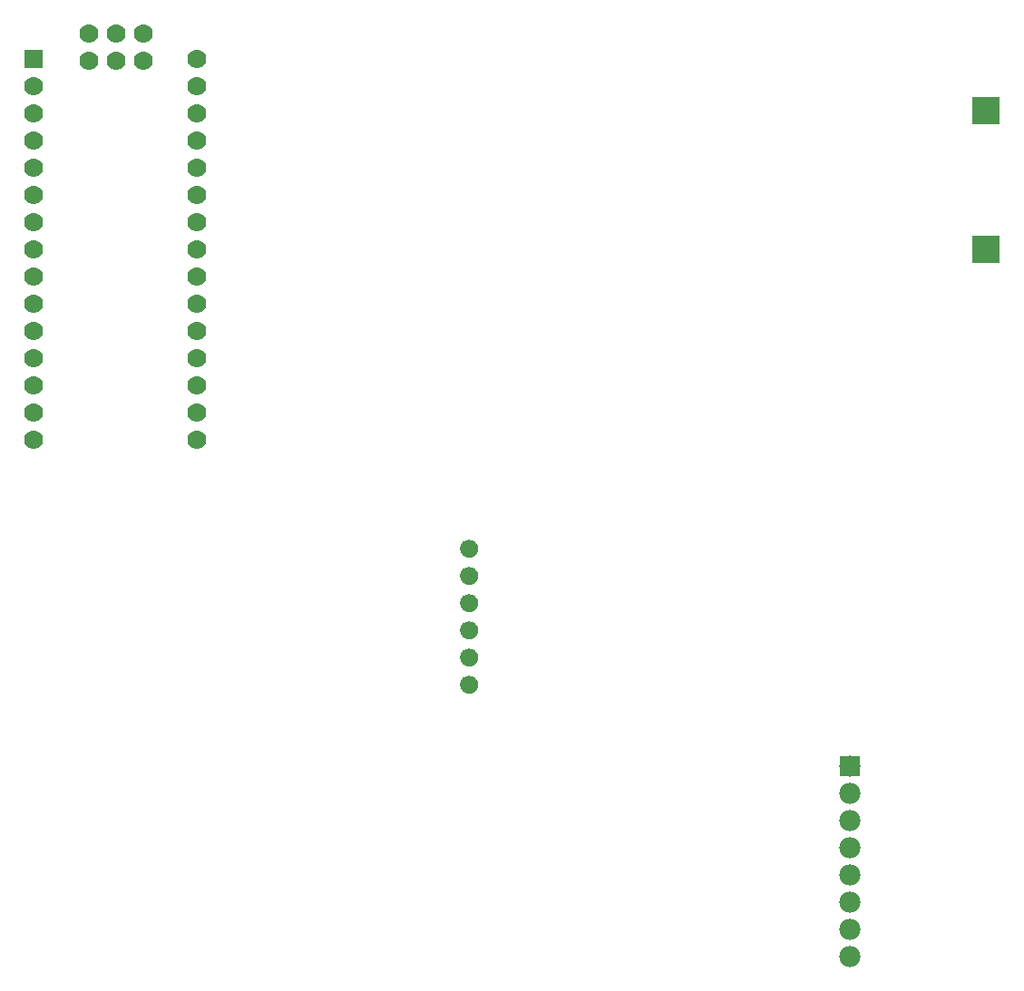
<source format=gtl>
G04 MADE WITH FRITZING*
G04 WWW.FRITZING.ORG*
G04 DOUBLE SIDED*
G04 HOLES PLATED*
G04 CONTOUR ON CENTER OF CONTOUR VECTOR*
%ASAXBY*%
%FSLAX23Y23*%
%MOIN*%
%OFA0B0*%
%SFA1.0B1.0*%
%ADD10C,0.070000*%
%ADD11C,0.100000*%
%ADD12C,0.078000*%
%ADD13C,0.065972*%
%ADD14R,0.069958X0.070000*%
%ADD15R,0.078000X0.078000*%
%ADD16R,0.001000X0.001000*%
%LNCOPPER1*%
G90*
G70*
G54D10*
X343Y3442D03*
X343Y3342D03*
X343Y3242D03*
X343Y3142D03*
X343Y3042D03*
X343Y2942D03*
X343Y2842D03*
X343Y2742D03*
X343Y2642D03*
X343Y2542D03*
X343Y2442D03*
X343Y2342D03*
X343Y2242D03*
X343Y2142D03*
X343Y2042D03*
X943Y3442D03*
X943Y3342D03*
X943Y3242D03*
X943Y3142D03*
X943Y3042D03*
X943Y2942D03*
X943Y2842D03*
X943Y2742D03*
X943Y2642D03*
X943Y2542D03*
X943Y2442D03*
X943Y2342D03*
X943Y2242D03*
X943Y2142D03*
X943Y2042D03*
X544Y3537D03*
X544Y3437D03*
X644Y3537D03*
X644Y3437D03*
X744Y3537D03*
X744Y3437D03*
G54D11*
X3843Y3252D03*
X3843Y2742D03*
X3843Y3252D03*
X3843Y2742D03*
G54D12*
X3343Y842D03*
X3343Y742D03*
X3343Y642D03*
X3343Y542D03*
X3343Y442D03*
X3343Y342D03*
X3343Y242D03*
X3343Y142D03*
G54D13*
X1943Y1142D03*
X1943Y1242D03*
X1943Y1342D03*
X1943Y1442D03*
X1943Y1542D03*
X1943Y1642D03*
G54D14*
X343Y3442D03*
G54D15*
X3343Y842D03*
G54D16*
X3794Y3302D02*
X3892Y3302D01*
X3793Y3301D02*
X3892Y3301D01*
X3793Y3300D02*
X3892Y3300D01*
X3793Y3299D02*
X3892Y3299D01*
X3793Y3298D02*
X3892Y3298D01*
X3793Y3297D02*
X3892Y3297D01*
X3793Y3296D02*
X3892Y3296D01*
X3793Y3295D02*
X3892Y3295D01*
X3793Y3294D02*
X3892Y3294D01*
X3793Y3293D02*
X3892Y3293D01*
X3793Y3292D02*
X3892Y3292D01*
X3793Y3291D02*
X3834Y3291D01*
X3852Y3291D02*
X3892Y3291D01*
X3793Y3290D02*
X3830Y3290D01*
X3856Y3290D02*
X3892Y3290D01*
X3793Y3289D02*
X3827Y3289D01*
X3859Y3289D02*
X3892Y3289D01*
X3793Y3288D02*
X3825Y3288D01*
X3861Y3288D02*
X3892Y3288D01*
X3793Y3287D02*
X3823Y3287D01*
X3863Y3287D02*
X3892Y3287D01*
X3793Y3286D02*
X3821Y3286D01*
X3864Y3286D02*
X3892Y3286D01*
X3793Y3285D02*
X3820Y3285D01*
X3866Y3285D02*
X3892Y3285D01*
X3793Y3284D02*
X3818Y3284D01*
X3867Y3284D02*
X3892Y3284D01*
X3793Y3283D02*
X3817Y3283D01*
X3869Y3283D02*
X3892Y3283D01*
X3793Y3282D02*
X3816Y3282D01*
X3870Y3282D02*
X3892Y3282D01*
X3793Y3281D02*
X3815Y3281D01*
X3871Y3281D02*
X3892Y3281D01*
X3793Y3280D02*
X3814Y3280D01*
X3872Y3280D02*
X3892Y3280D01*
X3793Y3279D02*
X3813Y3279D01*
X3873Y3279D02*
X3892Y3279D01*
X3793Y3278D02*
X3812Y3278D01*
X3874Y3278D02*
X3892Y3278D01*
X3793Y3277D02*
X3811Y3277D01*
X3875Y3277D02*
X3892Y3277D01*
X3793Y3276D02*
X3810Y3276D01*
X3875Y3276D02*
X3892Y3276D01*
X3793Y3275D02*
X3810Y3275D01*
X3876Y3275D02*
X3892Y3275D01*
X3793Y3274D02*
X3809Y3274D01*
X3877Y3274D02*
X3892Y3274D01*
X3793Y3273D02*
X3808Y3273D01*
X3877Y3273D02*
X3892Y3273D01*
X3793Y3272D02*
X3808Y3272D01*
X3878Y3272D02*
X3892Y3272D01*
X3793Y3271D02*
X3807Y3271D01*
X3879Y3271D02*
X3892Y3271D01*
X3793Y3270D02*
X3807Y3270D01*
X3879Y3270D02*
X3892Y3270D01*
X3793Y3269D02*
X3806Y3269D01*
X3880Y3269D02*
X3892Y3269D01*
X3793Y3268D02*
X3806Y3268D01*
X3880Y3268D02*
X3892Y3268D01*
X3793Y3267D02*
X3805Y3267D01*
X3880Y3267D02*
X3892Y3267D01*
X3793Y3266D02*
X3805Y3266D01*
X3881Y3266D02*
X3892Y3266D01*
X3793Y3265D02*
X3805Y3265D01*
X3881Y3265D02*
X3892Y3265D01*
X3793Y3264D02*
X3804Y3264D01*
X3882Y3264D02*
X3892Y3264D01*
X3793Y3263D02*
X3804Y3263D01*
X3882Y3263D02*
X3892Y3263D01*
X3793Y3262D02*
X3804Y3262D01*
X3882Y3262D02*
X3892Y3262D01*
X3793Y3261D02*
X3803Y3261D01*
X3882Y3261D02*
X3892Y3261D01*
X3793Y3260D02*
X3803Y3260D01*
X3883Y3260D02*
X3892Y3260D01*
X3793Y3259D02*
X3803Y3259D01*
X3883Y3259D02*
X3892Y3259D01*
X3793Y3258D02*
X3803Y3258D01*
X3883Y3258D02*
X3892Y3258D01*
X3793Y3257D02*
X3803Y3257D01*
X3883Y3257D02*
X3892Y3257D01*
X3793Y3256D02*
X3803Y3256D01*
X3883Y3256D02*
X3892Y3256D01*
X3793Y3255D02*
X3803Y3255D01*
X3883Y3255D02*
X3892Y3255D01*
X3793Y3254D02*
X3803Y3254D01*
X3883Y3254D02*
X3892Y3254D01*
X3793Y3253D02*
X3802Y3253D01*
X3883Y3253D02*
X3892Y3253D01*
X3793Y3252D02*
X3802Y3252D01*
X3883Y3252D02*
X3892Y3252D01*
X3793Y3251D02*
X3802Y3251D01*
X3883Y3251D02*
X3892Y3251D01*
X3793Y3250D02*
X3803Y3250D01*
X3883Y3250D02*
X3892Y3250D01*
X3793Y3249D02*
X3803Y3249D01*
X3883Y3249D02*
X3892Y3249D01*
X3793Y3248D02*
X3803Y3248D01*
X3883Y3248D02*
X3892Y3248D01*
X3793Y3247D02*
X3803Y3247D01*
X3883Y3247D02*
X3892Y3247D01*
X3793Y3246D02*
X3803Y3246D01*
X3883Y3246D02*
X3892Y3246D01*
X3793Y3245D02*
X3803Y3245D01*
X3883Y3245D02*
X3892Y3245D01*
X3793Y3244D02*
X3803Y3244D01*
X3883Y3244D02*
X3892Y3244D01*
X3793Y3243D02*
X3803Y3243D01*
X3882Y3243D02*
X3892Y3243D01*
X3793Y3242D02*
X3804Y3242D01*
X3882Y3242D02*
X3892Y3242D01*
X3793Y3241D02*
X3804Y3241D01*
X3882Y3241D02*
X3892Y3241D01*
X3793Y3240D02*
X3804Y3240D01*
X3882Y3240D02*
X3892Y3240D01*
X3793Y3239D02*
X3805Y3239D01*
X3881Y3239D02*
X3892Y3239D01*
X3793Y3238D02*
X3805Y3238D01*
X3881Y3238D02*
X3892Y3238D01*
X3793Y3237D02*
X3805Y3237D01*
X3880Y3237D02*
X3892Y3237D01*
X3793Y3236D02*
X3806Y3236D01*
X3880Y3236D02*
X3892Y3236D01*
X3793Y3235D02*
X3806Y3235D01*
X3880Y3235D02*
X3892Y3235D01*
X3793Y3234D02*
X3807Y3234D01*
X3879Y3234D02*
X3892Y3234D01*
X3793Y3233D02*
X3807Y3233D01*
X3879Y3233D02*
X3892Y3233D01*
X3793Y3232D02*
X3808Y3232D01*
X3878Y3232D02*
X3892Y3232D01*
X3793Y3231D02*
X3808Y3231D01*
X3877Y3231D02*
X3892Y3231D01*
X3793Y3230D02*
X3809Y3230D01*
X3877Y3230D02*
X3892Y3230D01*
X3793Y3229D02*
X3810Y3229D01*
X3876Y3229D02*
X3892Y3229D01*
X3793Y3228D02*
X3811Y3228D01*
X3875Y3228D02*
X3892Y3228D01*
X3793Y3227D02*
X3811Y3227D01*
X3875Y3227D02*
X3892Y3227D01*
X3793Y3226D02*
X3812Y3226D01*
X3874Y3226D02*
X3892Y3226D01*
X3793Y3225D02*
X3813Y3225D01*
X3873Y3225D02*
X3892Y3225D01*
X3793Y3224D02*
X3814Y3224D01*
X3872Y3224D02*
X3892Y3224D01*
X3793Y3223D02*
X3815Y3223D01*
X3871Y3223D02*
X3892Y3223D01*
X3793Y3222D02*
X3816Y3222D01*
X3870Y3222D02*
X3892Y3222D01*
X3793Y3221D02*
X3817Y3221D01*
X3869Y3221D02*
X3892Y3221D01*
X3793Y3220D02*
X3819Y3220D01*
X3867Y3220D02*
X3892Y3220D01*
X3793Y3219D02*
X3820Y3219D01*
X3866Y3219D02*
X3892Y3219D01*
X3793Y3218D02*
X3821Y3218D01*
X3864Y3218D02*
X3892Y3218D01*
X3793Y3217D02*
X3823Y3217D01*
X3863Y3217D02*
X3892Y3217D01*
X3793Y3216D02*
X3825Y3216D01*
X3861Y3216D02*
X3892Y3216D01*
X3793Y3215D02*
X3827Y3215D01*
X3859Y3215D02*
X3892Y3215D01*
X3793Y3214D02*
X3830Y3214D01*
X3856Y3214D02*
X3892Y3214D01*
X3793Y3213D02*
X3834Y3213D01*
X3852Y3213D02*
X3892Y3213D01*
X3793Y3212D02*
X3892Y3212D01*
X3793Y3211D02*
X3892Y3211D01*
X3793Y3210D02*
X3892Y3210D01*
X3793Y3209D02*
X3892Y3209D01*
X3793Y3208D02*
X3892Y3208D01*
X3793Y3207D02*
X3892Y3207D01*
X3793Y3206D02*
X3892Y3206D01*
X3793Y3205D02*
X3892Y3205D01*
X3793Y3204D02*
X3892Y3204D01*
X3793Y3203D02*
X3892Y3203D01*
X3794Y2792D02*
X3892Y2792D01*
X3793Y2791D02*
X3892Y2791D01*
X3793Y2790D02*
X3892Y2790D01*
X3793Y2789D02*
X3892Y2789D01*
X3793Y2788D02*
X3892Y2788D01*
X3793Y2787D02*
X3892Y2787D01*
X3793Y2786D02*
X3892Y2786D01*
X3793Y2785D02*
X3892Y2785D01*
X3793Y2784D02*
X3892Y2784D01*
X3793Y2783D02*
X3892Y2783D01*
X3793Y2782D02*
X3892Y2782D01*
X3793Y2781D02*
X3834Y2781D01*
X3852Y2781D02*
X3892Y2781D01*
X3793Y2780D02*
X3830Y2780D01*
X3856Y2780D02*
X3892Y2780D01*
X3793Y2779D02*
X3827Y2779D01*
X3859Y2779D02*
X3892Y2779D01*
X3793Y2778D02*
X3825Y2778D01*
X3861Y2778D02*
X3892Y2778D01*
X3793Y2777D02*
X3823Y2777D01*
X3863Y2777D02*
X3892Y2777D01*
X3793Y2776D02*
X3821Y2776D01*
X3864Y2776D02*
X3892Y2776D01*
X3793Y2775D02*
X3820Y2775D01*
X3866Y2775D02*
X3892Y2775D01*
X3793Y2774D02*
X3818Y2774D01*
X3867Y2774D02*
X3892Y2774D01*
X3793Y2773D02*
X3817Y2773D01*
X3869Y2773D02*
X3892Y2773D01*
X3793Y2772D02*
X3816Y2772D01*
X3870Y2772D02*
X3892Y2772D01*
X3793Y2771D02*
X3815Y2771D01*
X3871Y2771D02*
X3892Y2771D01*
X3793Y2770D02*
X3814Y2770D01*
X3872Y2770D02*
X3892Y2770D01*
X3793Y2769D02*
X3813Y2769D01*
X3873Y2769D02*
X3892Y2769D01*
X3793Y2768D02*
X3812Y2768D01*
X3874Y2768D02*
X3892Y2768D01*
X3793Y2767D02*
X3811Y2767D01*
X3875Y2767D02*
X3892Y2767D01*
X3793Y2766D02*
X3810Y2766D01*
X3875Y2766D02*
X3892Y2766D01*
X3793Y2765D02*
X3810Y2765D01*
X3876Y2765D02*
X3892Y2765D01*
X3793Y2764D02*
X3809Y2764D01*
X3877Y2764D02*
X3892Y2764D01*
X3793Y2763D02*
X3808Y2763D01*
X3877Y2763D02*
X3892Y2763D01*
X3793Y2762D02*
X3808Y2762D01*
X3878Y2762D02*
X3892Y2762D01*
X3793Y2761D02*
X3807Y2761D01*
X3879Y2761D02*
X3892Y2761D01*
X3793Y2760D02*
X3807Y2760D01*
X3879Y2760D02*
X3892Y2760D01*
X3793Y2759D02*
X3806Y2759D01*
X3880Y2759D02*
X3892Y2759D01*
X3793Y2758D02*
X3806Y2758D01*
X3880Y2758D02*
X3892Y2758D01*
X3793Y2757D02*
X3805Y2757D01*
X3880Y2757D02*
X3892Y2757D01*
X3793Y2756D02*
X3805Y2756D01*
X3881Y2756D02*
X3892Y2756D01*
X3793Y2755D02*
X3805Y2755D01*
X3881Y2755D02*
X3892Y2755D01*
X3793Y2754D02*
X3804Y2754D01*
X3882Y2754D02*
X3892Y2754D01*
X3793Y2753D02*
X3804Y2753D01*
X3882Y2753D02*
X3892Y2753D01*
X3793Y2752D02*
X3804Y2752D01*
X3882Y2752D02*
X3892Y2752D01*
X3793Y2751D02*
X3803Y2751D01*
X3882Y2751D02*
X3892Y2751D01*
X3793Y2750D02*
X3803Y2750D01*
X3883Y2750D02*
X3892Y2750D01*
X3793Y2749D02*
X3803Y2749D01*
X3883Y2749D02*
X3892Y2749D01*
X3793Y2748D02*
X3803Y2748D01*
X3883Y2748D02*
X3892Y2748D01*
X3793Y2747D02*
X3803Y2747D01*
X3883Y2747D02*
X3892Y2747D01*
X3793Y2746D02*
X3803Y2746D01*
X3883Y2746D02*
X3892Y2746D01*
X3793Y2745D02*
X3803Y2745D01*
X3883Y2745D02*
X3892Y2745D01*
X3793Y2744D02*
X3803Y2744D01*
X3883Y2744D02*
X3892Y2744D01*
X3793Y2743D02*
X3802Y2743D01*
X3883Y2743D02*
X3892Y2743D01*
X3793Y2742D02*
X3802Y2742D01*
X3883Y2742D02*
X3892Y2742D01*
X3793Y2741D02*
X3802Y2741D01*
X3883Y2741D02*
X3892Y2741D01*
X3793Y2740D02*
X3803Y2740D01*
X3883Y2740D02*
X3892Y2740D01*
X3793Y2739D02*
X3803Y2739D01*
X3883Y2739D02*
X3892Y2739D01*
X3793Y2738D02*
X3803Y2738D01*
X3883Y2738D02*
X3892Y2738D01*
X3793Y2737D02*
X3803Y2737D01*
X3883Y2737D02*
X3892Y2737D01*
X3793Y2736D02*
X3803Y2736D01*
X3883Y2736D02*
X3892Y2736D01*
X3793Y2735D02*
X3803Y2735D01*
X3883Y2735D02*
X3892Y2735D01*
X3793Y2734D02*
X3803Y2734D01*
X3883Y2734D02*
X3892Y2734D01*
X3793Y2733D02*
X3803Y2733D01*
X3882Y2733D02*
X3892Y2733D01*
X3793Y2732D02*
X3804Y2732D01*
X3882Y2732D02*
X3892Y2732D01*
X3793Y2731D02*
X3804Y2731D01*
X3882Y2731D02*
X3892Y2731D01*
X3793Y2730D02*
X3804Y2730D01*
X3882Y2730D02*
X3892Y2730D01*
X3793Y2729D02*
X3805Y2729D01*
X3881Y2729D02*
X3892Y2729D01*
X3793Y2728D02*
X3805Y2728D01*
X3881Y2728D02*
X3892Y2728D01*
X3793Y2727D02*
X3805Y2727D01*
X3880Y2727D02*
X3892Y2727D01*
X3793Y2726D02*
X3806Y2726D01*
X3880Y2726D02*
X3892Y2726D01*
X3793Y2725D02*
X3806Y2725D01*
X3880Y2725D02*
X3892Y2725D01*
X3793Y2724D02*
X3807Y2724D01*
X3879Y2724D02*
X3892Y2724D01*
X3793Y2723D02*
X3807Y2723D01*
X3879Y2723D02*
X3892Y2723D01*
X3793Y2722D02*
X3808Y2722D01*
X3878Y2722D02*
X3892Y2722D01*
X3793Y2721D02*
X3808Y2721D01*
X3877Y2721D02*
X3892Y2721D01*
X3793Y2720D02*
X3809Y2720D01*
X3877Y2720D02*
X3892Y2720D01*
X3793Y2719D02*
X3810Y2719D01*
X3876Y2719D02*
X3892Y2719D01*
X3793Y2718D02*
X3811Y2718D01*
X3875Y2718D02*
X3892Y2718D01*
X3793Y2717D02*
X3811Y2717D01*
X3875Y2717D02*
X3892Y2717D01*
X3793Y2716D02*
X3812Y2716D01*
X3874Y2716D02*
X3892Y2716D01*
X3793Y2715D02*
X3813Y2715D01*
X3873Y2715D02*
X3892Y2715D01*
X3793Y2714D02*
X3814Y2714D01*
X3872Y2714D02*
X3892Y2714D01*
X3793Y2713D02*
X3815Y2713D01*
X3871Y2713D02*
X3892Y2713D01*
X3793Y2712D02*
X3816Y2712D01*
X3870Y2712D02*
X3892Y2712D01*
X3793Y2711D02*
X3817Y2711D01*
X3869Y2711D02*
X3892Y2711D01*
X3793Y2710D02*
X3819Y2710D01*
X3867Y2710D02*
X3892Y2710D01*
X3793Y2709D02*
X3820Y2709D01*
X3866Y2709D02*
X3892Y2709D01*
X3793Y2708D02*
X3821Y2708D01*
X3864Y2708D02*
X3892Y2708D01*
X3793Y2707D02*
X3823Y2707D01*
X3863Y2707D02*
X3892Y2707D01*
X3793Y2706D02*
X3825Y2706D01*
X3861Y2706D02*
X3892Y2706D01*
X3793Y2705D02*
X3827Y2705D01*
X3859Y2705D02*
X3892Y2705D01*
X3793Y2704D02*
X3830Y2704D01*
X3856Y2704D02*
X3892Y2704D01*
X3793Y2703D02*
X3834Y2703D01*
X3852Y2703D02*
X3892Y2703D01*
X3793Y2702D02*
X3892Y2702D01*
X3793Y2701D02*
X3892Y2701D01*
X3793Y2700D02*
X3892Y2700D01*
X3793Y2699D02*
X3892Y2699D01*
X3793Y2698D02*
X3892Y2698D01*
X3793Y2697D02*
X3892Y2697D01*
X3793Y2696D02*
X3892Y2696D01*
X3793Y2695D02*
X3892Y2695D01*
X3793Y2694D02*
X3892Y2694D01*
X3793Y2693D02*
X3892Y2693D01*
X1943Y1675D02*
X1943Y1675D01*
X1936Y1674D02*
X1950Y1674D01*
X1933Y1673D02*
X1953Y1673D01*
X1930Y1672D02*
X1956Y1672D01*
X1928Y1671D02*
X1958Y1671D01*
X1926Y1670D02*
X1960Y1670D01*
X1925Y1669D02*
X1961Y1669D01*
X1923Y1668D02*
X1963Y1668D01*
X1922Y1667D02*
X1964Y1667D01*
X1921Y1666D02*
X1965Y1666D01*
X1920Y1665D02*
X1966Y1665D01*
X1919Y1664D02*
X1967Y1664D01*
X1918Y1663D02*
X1968Y1663D01*
X1917Y1662D02*
X1969Y1662D01*
X1917Y1661D02*
X1969Y1661D01*
X1916Y1660D02*
X1970Y1660D01*
X1915Y1659D02*
X1971Y1659D01*
X1915Y1658D02*
X1971Y1658D01*
X1914Y1657D02*
X1938Y1657D01*
X1948Y1657D02*
X1972Y1657D01*
X1914Y1656D02*
X1935Y1656D01*
X1951Y1656D02*
X1972Y1656D01*
X1913Y1655D02*
X1934Y1655D01*
X1952Y1655D02*
X1973Y1655D01*
X1913Y1654D02*
X1932Y1654D01*
X1953Y1654D02*
X1973Y1654D01*
X1913Y1653D02*
X1931Y1653D01*
X1955Y1653D02*
X1973Y1653D01*
X1912Y1652D02*
X1930Y1652D01*
X1955Y1652D02*
X1974Y1652D01*
X1912Y1651D02*
X1930Y1651D01*
X1956Y1651D02*
X1974Y1651D01*
X1912Y1650D02*
X1929Y1650D01*
X1957Y1650D02*
X1974Y1650D01*
X1911Y1649D02*
X1928Y1649D01*
X1958Y1649D02*
X1975Y1649D01*
X1911Y1648D02*
X1928Y1648D01*
X1958Y1648D02*
X1975Y1648D01*
X1911Y1647D02*
X1928Y1647D01*
X1958Y1647D02*
X1975Y1647D01*
X1911Y1646D02*
X1927Y1646D01*
X1959Y1646D02*
X1975Y1646D01*
X1911Y1645D02*
X1927Y1645D01*
X1959Y1645D02*
X1975Y1645D01*
X1911Y1644D02*
X1927Y1644D01*
X1959Y1644D02*
X1975Y1644D01*
X1910Y1643D02*
X1927Y1643D01*
X1959Y1643D02*
X1975Y1643D01*
X1910Y1642D02*
X1927Y1642D01*
X1959Y1642D02*
X1975Y1642D01*
X1910Y1641D02*
X1927Y1641D01*
X1959Y1641D02*
X1975Y1641D01*
X1911Y1640D02*
X1927Y1640D01*
X1959Y1640D02*
X1975Y1640D01*
X1911Y1639D02*
X1927Y1639D01*
X1959Y1639D02*
X1975Y1639D01*
X1911Y1638D02*
X1927Y1638D01*
X1959Y1638D02*
X1975Y1638D01*
X1911Y1637D02*
X1928Y1637D01*
X1958Y1637D02*
X1975Y1637D01*
X1911Y1636D02*
X1928Y1636D01*
X1958Y1636D02*
X1975Y1636D01*
X1911Y1635D02*
X1928Y1635D01*
X1957Y1635D02*
X1975Y1635D01*
X1912Y1634D02*
X1929Y1634D01*
X1957Y1634D02*
X1974Y1634D01*
X1912Y1633D02*
X1930Y1633D01*
X1956Y1633D02*
X1974Y1633D01*
X1912Y1632D02*
X1930Y1632D01*
X1955Y1632D02*
X1974Y1632D01*
X1913Y1631D02*
X1931Y1631D01*
X1954Y1631D02*
X1973Y1631D01*
X1913Y1630D02*
X1932Y1630D01*
X1953Y1630D02*
X1973Y1630D01*
X1913Y1629D02*
X1934Y1629D01*
X1952Y1629D02*
X1973Y1629D01*
X1914Y1628D02*
X1935Y1628D01*
X1951Y1628D02*
X1972Y1628D01*
X1914Y1627D02*
X1938Y1627D01*
X1948Y1627D02*
X1972Y1627D01*
X1915Y1626D02*
X1971Y1626D01*
X1915Y1625D02*
X1971Y1625D01*
X1916Y1624D02*
X1970Y1624D01*
X1917Y1623D02*
X1969Y1623D01*
X1917Y1622D02*
X1969Y1622D01*
X1918Y1621D02*
X1968Y1621D01*
X1919Y1620D02*
X1967Y1620D01*
X1920Y1619D02*
X1966Y1619D01*
X1921Y1618D02*
X1965Y1618D01*
X1922Y1617D02*
X1964Y1617D01*
X1923Y1616D02*
X1963Y1616D01*
X1925Y1615D02*
X1961Y1615D01*
X1926Y1614D02*
X1960Y1614D01*
X1928Y1613D02*
X1958Y1613D01*
X1930Y1612D02*
X1956Y1612D01*
X1933Y1611D02*
X1953Y1611D01*
X1936Y1610D02*
X1950Y1610D01*
X1943Y1575D02*
X1943Y1575D01*
X1936Y1574D02*
X1950Y1574D01*
X1933Y1573D02*
X1953Y1573D01*
X1930Y1572D02*
X1956Y1572D01*
X1928Y1571D02*
X1958Y1571D01*
X1926Y1570D02*
X1960Y1570D01*
X1925Y1569D02*
X1961Y1569D01*
X1923Y1568D02*
X1963Y1568D01*
X1922Y1567D02*
X1964Y1567D01*
X1921Y1566D02*
X1965Y1566D01*
X1920Y1565D02*
X1966Y1565D01*
X1919Y1564D02*
X1967Y1564D01*
X1918Y1563D02*
X1968Y1563D01*
X1917Y1562D02*
X1969Y1562D01*
X1917Y1561D02*
X1969Y1561D01*
X1916Y1560D02*
X1970Y1560D01*
X1915Y1559D02*
X1971Y1559D01*
X1915Y1558D02*
X1971Y1558D01*
X1914Y1557D02*
X1938Y1557D01*
X1948Y1557D02*
X1972Y1557D01*
X1914Y1556D02*
X1935Y1556D01*
X1951Y1556D02*
X1972Y1556D01*
X1913Y1555D02*
X1934Y1555D01*
X1952Y1555D02*
X1973Y1555D01*
X1913Y1554D02*
X1932Y1554D01*
X1953Y1554D02*
X1973Y1554D01*
X1913Y1553D02*
X1931Y1553D01*
X1955Y1553D02*
X1973Y1553D01*
X1912Y1552D02*
X1930Y1552D01*
X1955Y1552D02*
X1974Y1552D01*
X1912Y1551D02*
X1930Y1551D01*
X1956Y1551D02*
X1974Y1551D01*
X1912Y1550D02*
X1929Y1550D01*
X1957Y1550D02*
X1974Y1550D01*
X1911Y1549D02*
X1928Y1549D01*
X1957Y1549D02*
X1975Y1549D01*
X1911Y1548D02*
X1928Y1548D01*
X1958Y1548D02*
X1975Y1548D01*
X1911Y1547D02*
X1928Y1547D01*
X1958Y1547D02*
X1975Y1547D01*
X1911Y1546D02*
X1927Y1546D01*
X1959Y1546D02*
X1975Y1546D01*
X1911Y1545D02*
X1927Y1545D01*
X1959Y1545D02*
X1975Y1545D01*
X1911Y1544D02*
X1927Y1544D01*
X1959Y1544D02*
X1975Y1544D01*
X1910Y1543D02*
X1927Y1543D01*
X1959Y1543D02*
X1975Y1543D01*
X1910Y1542D02*
X1927Y1542D01*
X1959Y1542D02*
X1975Y1542D01*
X1910Y1541D02*
X1927Y1541D01*
X1959Y1541D02*
X1975Y1541D01*
X1911Y1540D02*
X1927Y1540D01*
X1959Y1540D02*
X1975Y1540D01*
X1911Y1539D02*
X1927Y1539D01*
X1959Y1539D02*
X1975Y1539D01*
X1911Y1538D02*
X1927Y1538D01*
X1959Y1538D02*
X1975Y1538D01*
X1911Y1537D02*
X1928Y1537D01*
X1958Y1537D02*
X1975Y1537D01*
X1911Y1536D02*
X1928Y1536D01*
X1958Y1536D02*
X1975Y1536D01*
X1911Y1535D02*
X1928Y1535D01*
X1957Y1535D02*
X1975Y1535D01*
X1912Y1534D02*
X1929Y1534D01*
X1957Y1534D02*
X1974Y1534D01*
X1912Y1533D02*
X1930Y1533D01*
X1956Y1533D02*
X1974Y1533D01*
X1912Y1532D02*
X1930Y1532D01*
X1955Y1532D02*
X1974Y1532D01*
X1913Y1531D02*
X1931Y1531D01*
X1954Y1531D02*
X1973Y1531D01*
X1913Y1530D02*
X1932Y1530D01*
X1953Y1530D02*
X1973Y1530D01*
X1913Y1529D02*
X1934Y1529D01*
X1952Y1529D02*
X1973Y1529D01*
X1914Y1528D02*
X1935Y1528D01*
X1950Y1528D02*
X1972Y1528D01*
X1914Y1527D02*
X1938Y1527D01*
X1948Y1527D02*
X1972Y1527D01*
X1915Y1526D02*
X1971Y1526D01*
X1915Y1525D02*
X1970Y1525D01*
X1916Y1524D02*
X1970Y1524D01*
X1917Y1523D02*
X1969Y1523D01*
X1917Y1522D02*
X1969Y1522D01*
X1918Y1521D02*
X1968Y1521D01*
X1919Y1520D02*
X1967Y1520D01*
X1920Y1519D02*
X1966Y1519D01*
X1921Y1518D02*
X1965Y1518D01*
X1922Y1517D02*
X1964Y1517D01*
X1923Y1516D02*
X1963Y1516D01*
X1925Y1515D02*
X1961Y1515D01*
X1926Y1514D02*
X1960Y1514D01*
X1928Y1513D02*
X1958Y1513D01*
X1930Y1512D02*
X1956Y1512D01*
X1933Y1511D02*
X1953Y1511D01*
X1936Y1510D02*
X1950Y1510D01*
X1943Y1475D02*
X1943Y1475D01*
X1936Y1474D02*
X1950Y1474D01*
X1933Y1473D02*
X1953Y1473D01*
X1930Y1472D02*
X1956Y1472D01*
X1928Y1471D02*
X1958Y1471D01*
X1926Y1470D02*
X1960Y1470D01*
X1925Y1469D02*
X1961Y1469D01*
X1923Y1468D02*
X1963Y1468D01*
X1922Y1467D02*
X1964Y1467D01*
X1921Y1466D02*
X1965Y1466D01*
X1920Y1465D02*
X1966Y1465D01*
X1919Y1464D02*
X1967Y1464D01*
X1918Y1463D02*
X1968Y1463D01*
X1917Y1462D02*
X1969Y1462D01*
X1917Y1461D02*
X1969Y1461D01*
X1916Y1460D02*
X1970Y1460D01*
X1915Y1459D02*
X1971Y1459D01*
X1915Y1458D02*
X1971Y1458D01*
X1914Y1457D02*
X1938Y1457D01*
X1948Y1457D02*
X1972Y1457D01*
X1914Y1456D02*
X1935Y1456D01*
X1951Y1456D02*
X1972Y1456D01*
X1913Y1455D02*
X1934Y1455D01*
X1952Y1455D02*
X1973Y1455D01*
X1913Y1454D02*
X1932Y1454D01*
X1953Y1454D02*
X1973Y1454D01*
X1913Y1453D02*
X1931Y1453D01*
X1955Y1453D02*
X1973Y1453D01*
X1912Y1452D02*
X1930Y1452D01*
X1955Y1452D02*
X1974Y1452D01*
X1912Y1451D02*
X1930Y1451D01*
X1956Y1451D02*
X1974Y1451D01*
X1912Y1450D02*
X1929Y1450D01*
X1957Y1450D02*
X1974Y1450D01*
X1911Y1449D02*
X1928Y1449D01*
X1958Y1449D02*
X1975Y1449D01*
X1911Y1448D02*
X1928Y1448D01*
X1958Y1448D02*
X1975Y1448D01*
X1911Y1447D02*
X1928Y1447D01*
X1958Y1447D02*
X1975Y1447D01*
X1911Y1446D02*
X1927Y1446D01*
X1959Y1446D02*
X1975Y1446D01*
X1911Y1445D02*
X1927Y1445D01*
X1959Y1445D02*
X1975Y1445D01*
X1911Y1444D02*
X1927Y1444D01*
X1959Y1444D02*
X1975Y1444D01*
X1910Y1443D02*
X1927Y1443D01*
X1959Y1443D02*
X1975Y1443D01*
X1910Y1442D02*
X1927Y1442D01*
X1959Y1442D02*
X1975Y1442D01*
X1910Y1441D02*
X1927Y1441D01*
X1959Y1441D02*
X1975Y1441D01*
X1911Y1440D02*
X1927Y1440D01*
X1959Y1440D02*
X1975Y1440D01*
X1911Y1439D02*
X1927Y1439D01*
X1959Y1439D02*
X1975Y1439D01*
X1911Y1438D02*
X1927Y1438D01*
X1959Y1438D02*
X1975Y1438D01*
X1911Y1437D02*
X1928Y1437D01*
X1958Y1437D02*
X1975Y1437D01*
X1911Y1436D02*
X1928Y1436D01*
X1958Y1436D02*
X1975Y1436D01*
X1911Y1435D02*
X1928Y1435D01*
X1957Y1435D02*
X1975Y1435D01*
X1912Y1434D02*
X1929Y1434D01*
X1957Y1434D02*
X1974Y1434D01*
X1912Y1433D02*
X1930Y1433D01*
X1956Y1433D02*
X1974Y1433D01*
X1912Y1432D02*
X1931Y1432D01*
X1955Y1432D02*
X1974Y1432D01*
X1913Y1431D02*
X1931Y1431D01*
X1954Y1431D02*
X1973Y1431D01*
X1913Y1430D02*
X1933Y1430D01*
X1953Y1430D02*
X1973Y1430D01*
X1913Y1429D02*
X1934Y1429D01*
X1952Y1429D02*
X1973Y1429D01*
X1914Y1428D02*
X1935Y1428D01*
X1950Y1428D02*
X1972Y1428D01*
X1914Y1427D02*
X1938Y1427D01*
X1948Y1427D02*
X1972Y1427D01*
X1915Y1426D02*
X1971Y1426D01*
X1915Y1425D02*
X1970Y1425D01*
X1916Y1424D02*
X1970Y1424D01*
X1917Y1423D02*
X1969Y1423D01*
X1917Y1422D02*
X1969Y1422D01*
X1918Y1421D02*
X1968Y1421D01*
X1919Y1420D02*
X1967Y1420D01*
X1920Y1419D02*
X1966Y1419D01*
X1921Y1418D02*
X1965Y1418D01*
X1922Y1417D02*
X1964Y1417D01*
X1923Y1416D02*
X1963Y1416D01*
X1925Y1415D02*
X1961Y1415D01*
X1926Y1414D02*
X1959Y1414D01*
X1928Y1413D02*
X1958Y1413D01*
X1930Y1412D02*
X1956Y1412D01*
X1933Y1411D02*
X1953Y1411D01*
X1936Y1410D02*
X1950Y1410D01*
X1943Y1375D02*
X1943Y1375D01*
X1936Y1374D02*
X1950Y1374D01*
X1933Y1373D02*
X1953Y1373D01*
X1930Y1372D02*
X1956Y1372D01*
X1928Y1371D02*
X1958Y1371D01*
X1926Y1370D02*
X1960Y1370D01*
X1925Y1369D02*
X1961Y1369D01*
X1923Y1368D02*
X1963Y1368D01*
X1922Y1367D02*
X1964Y1367D01*
X1921Y1366D02*
X1965Y1366D01*
X1920Y1365D02*
X1966Y1365D01*
X1919Y1364D02*
X1967Y1364D01*
X1918Y1363D02*
X1968Y1363D01*
X1917Y1362D02*
X1969Y1362D01*
X1917Y1361D02*
X1969Y1361D01*
X1916Y1360D02*
X1970Y1360D01*
X1915Y1359D02*
X1971Y1359D01*
X1915Y1358D02*
X1971Y1358D01*
X1914Y1357D02*
X1938Y1357D01*
X1948Y1357D02*
X1972Y1357D01*
X1914Y1356D02*
X1935Y1356D01*
X1951Y1356D02*
X1972Y1356D01*
X1913Y1355D02*
X1934Y1355D01*
X1952Y1355D02*
X1973Y1355D01*
X1913Y1354D02*
X1932Y1354D01*
X1953Y1354D02*
X1973Y1354D01*
X1913Y1353D02*
X1931Y1353D01*
X1955Y1353D02*
X1973Y1353D01*
X1912Y1352D02*
X1930Y1352D01*
X1955Y1352D02*
X1974Y1352D01*
X1912Y1351D02*
X1930Y1351D01*
X1956Y1351D02*
X1974Y1351D01*
X1912Y1350D02*
X1929Y1350D01*
X1957Y1350D02*
X1974Y1350D01*
X1911Y1349D02*
X1928Y1349D01*
X1958Y1349D02*
X1975Y1349D01*
X1911Y1348D02*
X1928Y1348D01*
X1958Y1348D02*
X1975Y1348D01*
X1911Y1347D02*
X1928Y1347D01*
X1958Y1347D02*
X1975Y1347D01*
X1911Y1346D02*
X1927Y1346D01*
X1959Y1346D02*
X1975Y1346D01*
X1911Y1345D02*
X1927Y1345D01*
X1959Y1345D02*
X1975Y1345D01*
X1911Y1344D02*
X1927Y1344D01*
X1959Y1344D02*
X1975Y1344D01*
X1910Y1343D02*
X1927Y1343D01*
X1959Y1343D02*
X1975Y1343D01*
X1910Y1342D02*
X1927Y1342D01*
X1959Y1342D02*
X1975Y1342D01*
X1910Y1341D02*
X1927Y1341D01*
X1959Y1341D02*
X1975Y1341D01*
X1911Y1340D02*
X1927Y1340D01*
X1959Y1340D02*
X1975Y1340D01*
X1911Y1339D02*
X1927Y1339D01*
X1959Y1339D02*
X1975Y1339D01*
X1911Y1338D02*
X1927Y1338D01*
X1959Y1338D02*
X1975Y1338D01*
X1911Y1337D02*
X1928Y1337D01*
X1958Y1337D02*
X1975Y1337D01*
X1911Y1336D02*
X1928Y1336D01*
X1958Y1336D02*
X1975Y1336D01*
X1911Y1335D02*
X1928Y1335D01*
X1957Y1335D02*
X1975Y1335D01*
X1912Y1334D02*
X1929Y1334D01*
X1957Y1334D02*
X1974Y1334D01*
X1912Y1333D02*
X1930Y1333D01*
X1956Y1333D02*
X1974Y1333D01*
X1912Y1332D02*
X1930Y1332D01*
X1955Y1332D02*
X1974Y1332D01*
X1913Y1331D02*
X1931Y1331D01*
X1954Y1331D02*
X1973Y1331D01*
X1913Y1330D02*
X1933Y1330D01*
X1953Y1330D02*
X1973Y1330D01*
X1913Y1329D02*
X1934Y1329D01*
X1952Y1329D02*
X1973Y1329D01*
X1914Y1328D02*
X1935Y1328D01*
X1951Y1328D02*
X1972Y1328D01*
X1914Y1327D02*
X1938Y1327D01*
X1948Y1327D02*
X1972Y1327D01*
X1915Y1326D02*
X1971Y1326D01*
X1915Y1325D02*
X1971Y1325D01*
X1916Y1324D02*
X1970Y1324D01*
X1917Y1323D02*
X1969Y1323D01*
X1917Y1322D02*
X1969Y1322D01*
X1918Y1321D02*
X1968Y1321D01*
X1919Y1320D02*
X1967Y1320D01*
X1920Y1319D02*
X1966Y1319D01*
X1921Y1318D02*
X1965Y1318D01*
X1922Y1317D02*
X1964Y1317D01*
X1923Y1316D02*
X1963Y1316D01*
X1925Y1315D02*
X1961Y1315D01*
X1926Y1314D02*
X1960Y1314D01*
X1928Y1313D02*
X1958Y1313D01*
X1930Y1312D02*
X1956Y1312D01*
X1933Y1311D02*
X1953Y1311D01*
X1936Y1310D02*
X1950Y1310D01*
X1943Y1275D02*
X1943Y1275D01*
X1936Y1274D02*
X1950Y1274D01*
X1933Y1273D02*
X1953Y1273D01*
X1930Y1272D02*
X1956Y1272D01*
X1928Y1271D02*
X1958Y1271D01*
X1926Y1270D02*
X1960Y1270D01*
X1925Y1269D02*
X1961Y1269D01*
X1923Y1268D02*
X1963Y1268D01*
X1922Y1267D02*
X1964Y1267D01*
X1921Y1266D02*
X1965Y1266D01*
X1920Y1265D02*
X1966Y1265D01*
X1919Y1264D02*
X1967Y1264D01*
X1918Y1263D02*
X1968Y1263D01*
X1917Y1262D02*
X1969Y1262D01*
X1917Y1261D02*
X1969Y1261D01*
X1916Y1260D02*
X1970Y1260D01*
X1915Y1259D02*
X1971Y1259D01*
X1915Y1258D02*
X1971Y1258D01*
X1914Y1257D02*
X1938Y1257D01*
X1948Y1257D02*
X1972Y1257D01*
X1914Y1256D02*
X1935Y1256D01*
X1951Y1256D02*
X1972Y1256D01*
X1913Y1255D02*
X1934Y1255D01*
X1952Y1255D02*
X1973Y1255D01*
X1913Y1254D02*
X1932Y1254D01*
X1953Y1254D02*
X1973Y1254D01*
X1913Y1253D02*
X1931Y1253D01*
X1955Y1253D02*
X1973Y1253D01*
X1912Y1252D02*
X1930Y1252D01*
X1955Y1252D02*
X1974Y1252D01*
X1912Y1251D02*
X1930Y1251D01*
X1956Y1251D02*
X1974Y1251D01*
X1912Y1250D02*
X1929Y1250D01*
X1957Y1250D02*
X1974Y1250D01*
X1911Y1249D02*
X1928Y1249D01*
X1957Y1249D02*
X1975Y1249D01*
X1911Y1248D02*
X1928Y1248D01*
X1958Y1248D02*
X1975Y1248D01*
X1911Y1247D02*
X1928Y1247D01*
X1958Y1247D02*
X1975Y1247D01*
X1911Y1246D02*
X1927Y1246D01*
X1959Y1246D02*
X1975Y1246D01*
X1911Y1245D02*
X1927Y1245D01*
X1959Y1245D02*
X1975Y1245D01*
X1911Y1244D02*
X1927Y1244D01*
X1959Y1244D02*
X1975Y1244D01*
X1910Y1243D02*
X1927Y1243D01*
X1959Y1243D02*
X1975Y1243D01*
X1910Y1242D02*
X1927Y1242D01*
X1959Y1242D02*
X1975Y1242D01*
X1910Y1241D02*
X1927Y1241D01*
X1959Y1241D02*
X1975Y1241D01*
X1911Y1240D02*
X1927Y1240D01*
X1959Y1240D02*
X1975Y1240D01*
X1911Y1239D02*
X1927Y1239D01*
X1959Y1239D02*
X1975Y1239D01*
X1911Y1238D02*
X1927Y1238D01*
X1959Y1238D02*
X1975Y1238D01*
X1911Y1237D02*
X1928Y1237D01*
X1958Y1237D02*
X1975Y1237D01*
X1911Y1236D02*
X1928Y1236D01*
X1958Y1236D02*
X1975Y1236D01*
X1911Y1235D02*
X1928Y1235D01*
X1957Y1235D02*
X1975Y1235D01*
X1912Y1234D02*
X1929Y1234D01*
X1957Y1234D02*
X1974Y1234D01*
X1912Y1233D02*
X1930Y1233D01*
X1956Y1233D02*
X1974Y1233D01*
X1912Y1232D02*
X1930Y1232D01*
X1955Y1232D02*
X1974Y1232D01*
X1913Y1231D02*
X1931Y1231D01*
X1954Y1231D02*
X1973Y1231D01*
X1913Y1230D02*
X1932Y1230D01*
X1953Y1230D02*
X1973Y1230D01*
X1913Y1229D02*
X1934Y1229D01*
X1952Y1229D02*
X1973Y1229D01*
X1914Y1228D02*
X1935Y1228D01*
X1951Y1228D02*
X1972Y1228D01*
X1914Y1227D02*
X1938Y1227D01*
X1948Y1227D02*
X1972Y1227D01*
X1915Y1226D02*
X1971Y1226D01*
X1915Y1225D02*
X1971Y1225D01*
X1916Y1224D02*
X1970Y1224D01*
X1917Y1223D02*
X1969Y1223D01*
X1917Y1222D02*
X1969Y1222D01*
X1918Y1221D02*
X1968Y1221D01*
X1919Y1220D02*
X1967Y1220D01*
X1920Y1219D02*
X1966Y1219D01*
X1921Y1218D02*
X1965Y1218D01*
X1922Y1217D02*
X1964Y1217D01*
X1923Y1216D02*
X1963Y1216D01*
X1925Y1215D02*
X1961Y1215D01*
X1926Y1214D02*
X1960Y1214D01*
X1928Y1213D02*
X1958Y1213D01*
X1930Y1212D02*
X1956Y1212D01*
X1933Y1211D02*
X1953Y1211D01*
X1936Y1210D02*
X1950Y1210D01*
X1943Y1175D02*
X1943Y1175D01*
X1936Y1174D02*
X1950Y1174D01*
X1933Y1173D02*
X1953Y1173D01*
X1930Y1172D02*
X1956Y1172D01*
X1928Y1171D02*
X1958Y1171D01*
X1926Y1170D02*
X1960Y1170D01*
X1925Y1169D02*
X1961Y1169D01*
X1923Y1168D02*
X1963Y1168D01*
X1922Y1167D02*
X1964Y1167D01*
X1921Y1166D02*
X1965Y1166D01*
X1920Y1165D02*
X1966Y1165D01*
X1919Y1164D02*
X1967Y1164D01*
X1918Y1163D02*
X1968Y1163D01*
X1917Y1162D02*
X1969Y1162D01*
X1917Y1161D02*
X1969Y1161D01*
X1916Y1160D02*
X1970Y1160D01*
X1915Y1159D02*
X1971Y1159D01*
X1915Y1158D02*
X1971Y1158D01*
X1914Y1157D02*
X1938Y1157D01*
X1948Y1157D02*
X1972Y1157D01*
X1914Y1156D02*
X1935Y1156D01*
X1951Y1156D02*
X1972Y1156D01*
X1913Y1155D02*
X1934Y1155D01*
X1952Y1155D02*
X1973Y1155D01*
X1913Y1154D02*
X1932Y1154D01*
X1953Y1154D02*
X1973Y1154D01*
X1913Y1153D02*
X1931Y1153D01*
X1955Y1153D02*
X1973Y1153D01*
X1912Y1152D02*
X1930Y1152D01*
X1955Y1152D02*
X1974Y1152D01*
X1912Y1151D02*
X1930Y1151D01*
X1956Y1151D02*
X1974Y1151D01*
X1912Y1150D02*
X1929Y1150D01*
X1957Y1150D02*
X1974Y1150D01*
X1911Y1149D02*
X1928Y1149D01*
X1958Y1149D02*
X1975Y1149D01*
X1911Y1148D02*
X1928Y1148D01*
X1958Y1148D02*
X1975Y1148D01*
X1911Y1147D02*
X1928Y1147D01*
X1958Y1147D02*
X1975Y1147D01*
X1911Y1146D02*
X1927Y1146D01*
X1959Y1146D02*
X1975Y1146D01*
X1911Y1145D02*
X1927Y1145D01*
X1959Y1145D02*
X1975Y1145D01*
X1911Y1144D02*
X1927Y1144D01*
X1959Y1144D02*
X1975Y1144D01*
X1910Y1143D02*
X1927Y1143D01*
X1959Y1143D02*
X1975Y1143D01*
X1910Y1142D02*
X1927Y1142D01*
X1959Y1142D02*
X1975Y1142D01*
X1910Y1141D02*
X1927Y1141D01*
X1959Y1141D02*
X1975Y1141D01*
X1911Y1140D02*
X1927Y1140D01*
X1959Y1140D02*
X1975Y1140D01*
X1911Y1139D02*
X1927Y1139D01*
X1959Y1139D02*
X1975Y1139D01*
X1911Y1138D02*
X1927Y1138D01*
X1959Y1138D02*
X1975Y1138D01*
X1911Y1137D02*
X1928Y1137D01*
X1958Y1137D02*
X1975Y1137D01*
X1911Y1136D02*
X1928Y1136D01*
X1958Y1136D02*
X1975Y1136D01*
X1911Y1135D02*
X1928Y1135D01*
X1957Y1135D02*
X1975Y1135D01*
X1912Y1134D02*
X1929Y1134D01*
X1957Y1134D02*
X1974Y1134D01*
X1912Y1133D02*
X1930Y1133D01*
X1956Y1133D02*
X1974Y1133D01*
X1912Y1132D02*
X1930Y1132D01*
X1955Y1132D02*
X1974Y1132D01*
X1913Y1131D02*
X1931Y1131D01*
X1954Y1131D02*
X1973Y1131D01*
X1913Y1130D02*
X1933Y1130D01*
X1953Y1130D02*
X1973Y1130D01*
X1913Y1129D02*
X1934Y1129D01*
X1952Y1129D02*
X1973Y1129D01*
X1914Y1128D02*
X1935Y1128D01*
X1950Y1128D02*
X1972Y1128D01*
X1914Y1127D02*
X1938Y1127D01*
X1948Y1127D02*
X1972Y1127D01*
X1915Y1126D02*
X1971Y1126D01*
X1915Y1125D02*
X1970Y1125D01*
X1916Y1124D02*
X1970Y1124D01*
X1917Y1123D02*
X1969Y1123D01*
X1917Y1122D02*
X1969Y1122D01*
X1918Y1121D02*
X1968Y1121D01*
X1919Y1120D02*
X1967Y1120D01*
X1920Y1119D02*
X1966Y1119D01*
X1921Y1118D02*
X1965Y1118D01*
X1922Y1117D02*
X1964Y1117D01*
X1923Y1116D02*
X1963Y1116D01*
X1925Y1115D02*
X1961Y1115D01*
X1926Y1114D02*
X1960Y1114D01*
X1928Y1113D02*
X1958Y1113D01*
X1930Y1112D02*
X1956Y1112D01*
X1933Y1111D02*
X1953Y1111D01*
X1936Y1110D02*
X1950Y1110D01*
D02*
G04 End of Copper1*
M02*
</source>
